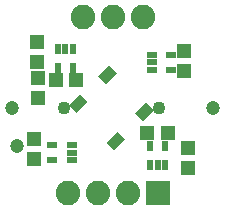
<source format=gts>
G75*
%MOIN*%
%OFA0B0*%
%FSLAX25Y25*%
%IPPOS*%
%LPD*%
%AMOC8*
5,1,8,0,0,1.08239X$1,22.5*
%
%ADD10C,0.04737*%
%ADD11R,0.05131X0.03556*%
%ADD12R,0.02375X0.03753*%
%ADD13R,0.04737X0.05131*%
%ADD14R,0.03753X0.02375*%
%ADD15R,0.05131X0.04737*%
%ADD16R,0.08200X0.08200*%
%ADD17C,0.08200*%
%ADD18C,0.04343*%
D10*
X0059642Y0043252D03*
X0061312Y0030532D03*
X0126572Y0043252D03*
D11*
G36*
X0100591Y0041335D02*
X0104217Y0044961D01*
X0106731Y0042447D01*
X0103105Y0038821D01*
X0100591Y0041335D01*
G37*
G36*
X0090847Y0031591D02*
X0094473Y0035217D01*
X0096987Y0032703D01*
X0093361Y0029077D01*
X0090847Y0031591D01*
G37*
G36*
X0078459Y0043979D02*
X0082085Y0047605D01*
X0084599Y0045091D01*
X0080973Y0041465D01*
X0078459Y0043979D01*
G37*
G36*
X0088203Y0053723D02*
X0091829Y0057349D01*
X0094343Y0054835D01*
X0090717Y0051209D01*
X0088203Y0053723D01*
G37*
D12*
X0079799Y0056403D03*
X0074681Y0056403D03*
X0074681Y0062899D03*
X0077240Y0062899D03*
X0079799Y0062899D03*
X0105490Y0030436D03*
X0110608Y0030436D03*
X0110608Y0023940D03*
X0108049Y0023940D03*
X0105490Y0023940D03*
D13*
X0118264Y0023038D03*
X0118264Y0029730D03*
X0116650Y0055497D03*
X0116650Y0062189D03*
X0067957Y0065242D03*
X0067957Y0058549D03*
X0068032Y0053231D03*
X0068032Y0046538D03*
X0066888Y0032824D03*
X0066888Y0026131D03*
D14*
X0072877Y0025654D03*
X0072877Y0030772D03*
X0079373Y0030772D03*
X0079373Y0028213D03*
X0079373Y0025654D03*
X0106140Y0055719D03*
X0106140Y0058278D03*
X0106140Y0060837D03*
X0112636Y0060837D03*
X0112636Y0055719D03*
D15*
X0111335Y0034746D03*
X0104642Y0034746D03*
X0080950Y0052317D03*
X0074257Y0052317D03*
D16*
X0108068Y0014867D03*
D17*
X0098068Y0014867D03*
X0088068Y0014867D03*
X0078068Y0014867D03*
X0083068Y0073331D03*
X0093068Y0073331D03*
X0103068Y0073331D03*
D18*
X0108343Y0043213D03*
X0076847Y0043213D03*
M02*

</source>
